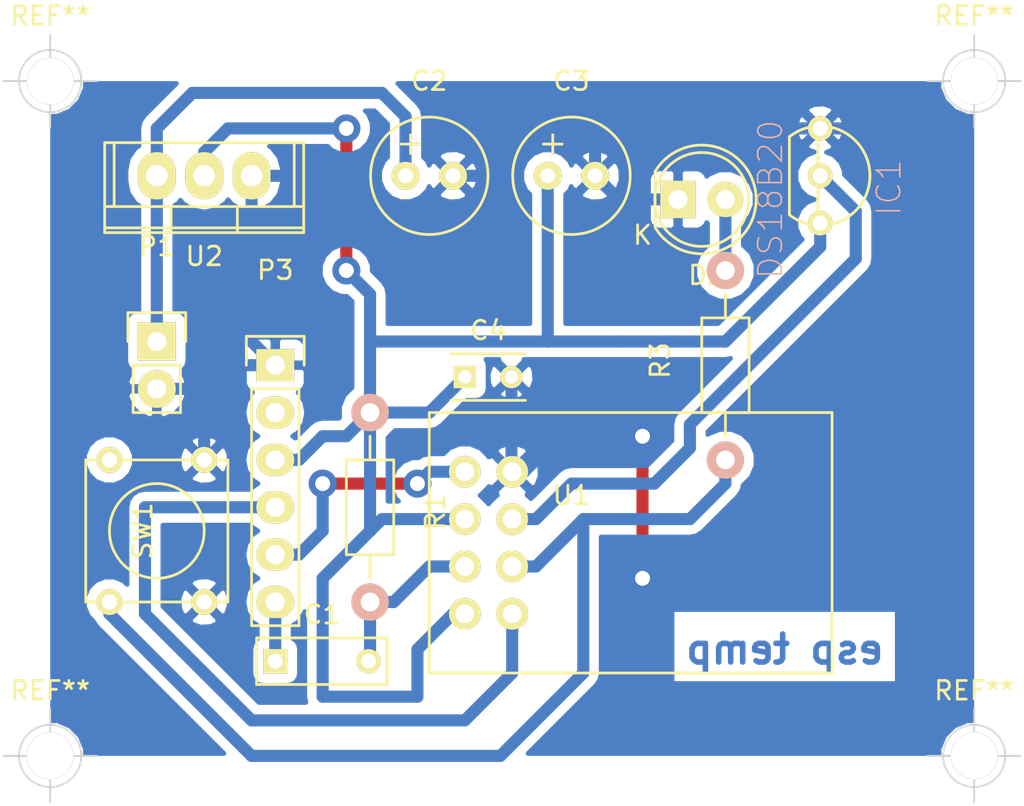
<source format=kicad_pcb>
(kicad_pcb (version 4) (host pcbnew "(2015-06-25 BZR 5821)-product")

  (general
    (links 29)
    (no_connects 2)
    (area 136.929536 52.52488 203.628584 97.91918)
    (thickness 1.6)
    (drawings 5)
    (tracks 119)
    (zones 0)
    (modules 17)
    (nets 11)
  )

  (page A4)
  (layers
    (0 F.Cu signal)
    (31 B.Cu signal)
    (32 B.Adhes user)
    (33 F.Adhes user)
    (34 B.Paste user)
    (35 F.Paste user)
    (36 B.SilkS user)
    (37 F.SilkS user)
    (38 B.Mask user)
    (39 F.Mask user)
    (40 Dwgs.User user)
    (41 Cmts.User user)
    (42 Eco1.User user)
    (43 Eco2.User user)
    (44 Edge.Cuts user)
    (45 Margin user)
    (46 B.CrtYd user)
    (47 F.CrtYd user hide)
    (48 B.Fab user hide)
    (49 F.Fab user hide)
  )

  (setup
    (last_trace_width 0.25)
    (trace_clearance 0.2)
    (zone_clearance 0.508)
    (zone_45_only no)
    (trace_min 0.2)
    (segment_width 0.2)
    (edge_width 0.1)
    (via_size 0.6)
    (via_drill 0.4)
    (via_min_size 0.4)
    (via_min_drill 0.3)
    (uvia_size 0.3)
    (uvia_drill 0.1)
    (uvias_allowed no)
    (uvia_min_size 0.2)
    (uvia_min_drill 0.1)
    (pcb_text_width 0.3)
    (pcb_text_size 1.5 1.5)
    (mod_edge_width 0.15)
    (mod_text_size 1 1)
    (mod_text_width 0.15)
    (pad_size 1.5 1.5)
    (pad_drill 0.6)
    (pad_to_mask_clearance 0)
    (aux_axis_origin 146.05 88.9)
    (grid_origin 145.415 93.345)
    (visible_elements FFFDFF7F)
    (pcbplotparams
      (layerselection 0x01000_80000000)
      (usegerberextensions false)
      (excludeedgelayer true)
      (linewidth 0.100000)
      (plotframeref false)
      (viasonmask false)
      (mode 1)
      (useauxorigin false)
      (hpglpennumber 1)
      (hpglpenspeed 20)
      (hpglpendiameter 15)
      (hpglpenoverlay 2)
      (psnegative false)
      (psa4output false)
      (plotreference true)
      (plotvalue true)
      (plotinvisibletext false)
      (padsonsilk false)
      (subtractmaskfromsilk false)
      (outputformat 4)
      (mirror false)
      (drillshape 2)
      (scaleselection 1)
      (outputdirectory fab/))
  )

  (net 0 "")
  (net 1 +3V3)
  (net 2 GND)
  (net 3 /rx)
  (net 4 /tx)
  (net 5 +5V)
  (net 6 /gpio0)
  (net 7 /gpio2)
  (net 8 "Net-(D2-Pad2)")
  (net 9 "Net-(C1-Pad1)")
  (net 10 /reset)

  (net_class Default "This is the default net class."
    (clearance 0.2)
    (trace_width 0.25)
    (via_dia 0.6)
    (via_drill 0.4)
    (uvia_dia 0.3)
    (uvia_drill 0.1)
  )

  (net_class etch ""
    (clearance 0.2)
    (trace_width 0.65)
    (via_dia 1.5)
    (via_drill 0.8)
    (uvia_dia 0.3)
    (uvia_drill 0.1)
    (add_net +3V3)
    (add_net +5V)
    (add_net /gpio0)
    (add_net /gpio2)
    (add_net /reset)
    (add_net /rx)
    (add_net /tx)
    (add_net GND)
    (add_net "Net-(C1-Pad1)")
    (add_net "Net-(D2-Pad2)")
  )

  (module Pin_Headers:Pin_Header_Straight_1x02 (layer F.Cu) (tedit 54EA090C) (tstamp 55A12B77)
    (at 151.13 71.12)
    (descr "Through hole pin header")
    (tags "pin header")
    (path /55A01383)
    (fp_text reference P1 (at 0 -5.1) (layer F.SilkS)
      (effects (font (size 1 1) (thickness 0.15)))
    )
    (fp_text value power (at 0 -3.1) (layer F.Fab)
      (effects (font (size 1 1) (thickness 0.15)))
    )
    (fp_line (start 1.27 1.27) (end 1.27 3.81) (layer F.SilkS) (width 0.15))
    (fp_line (start 1.55 -1.55) (end 1.55 0) (layer F.SilkS) (width 0.15))
    (fp_line (start -1.75 -1.75) (end -1.75 4.3) (layer F.CrtYd) (width 0.05))
    (fp_line (start 1.75 -1.75) (end 1.75 4.3) (layer F.CrtYd) (width 0.05))
    (fp_line (start -1.75 -1.75) (end 1.75 -1.75) (layer F.CrtYd) (width 0.05))
    (fp_line (start -1.75 4.3) (end 1.75 4.3) (layer F.CrtYd) (width 0.05))
    (fp_line (start 1.27 1.27) (end -1.27 1.27) (layer F.SilkS) (width 0.15))
    (fp_line (start -1.55 0) (end -1.55 -1.55) (layer F.SilkS) (width 0.15))
    (fp_line (start -1.55 -1.55) (end 1.55 -1.55) (layer F.SilkS) (width 0.15))
    (fp_line (start -1.27 1.27) (end -1.27 3.81) (layer F.SilkS) (width 0.15))
    (fp_line (start -1.27 3.81) (end 1.27 3.81) (layer F.SilkS) (width 0.15))
    (pad 1 thru_hole rect (at 0 0) (size 2.032 2.032) (drill 1.016) (layers *.Cu *.Mask F.SilkS)
      (net 5 +5V))
    (pad 2 thru_hole oval (at 0 2.54) (size 2.032 2.032) (drill 1.016) (layers *.Cu *.Mask F.SilkS)
      (net 2 GND))
    (model Pin_Headers.3dshapes/Pin_Header_Straight_1x02.wrl
      (at (xyz 0 -0.05 0))
      (scale (xyz 1 1 1))
      (rotate (xyz 0 0 90))
    )
  )

  (module Resistors_ThroughHole:Resistor_Horizontal_RM10mm (layer F.Cu) (tedit 53F56209) (tstamp 55A12B94)
    (at 162.56 80.01 270)
    (descr "Resistor, Axial,  RM 10mm, 1/3W,")
    (tags "Resistor, Axial, RM 10mm, 1/3W,")
    (path /559D04DB)
    (fp_text reference R1 (at 0.24892 -3.50012 270) (layer F.SilkS)
      (effects (font (size 1 1) (thickness 0.15)))
    )
    (fp_text value 10k (at 3.81 3.81 270) (layer F.Fab)
      (effects (font (size 1 1) (thickness 0.15)))
    )
    (fp_line (start -2.54 -1.27) (end 2.54 -1.27) (layer F.SilkS) (width 0.15))
    (fp_line (start 2.54 -1.27) (end 2.54 1.27) (layer F.SilkS) (width 0.15))
    (fp_line (start 2.54 1.27) (end -2.54 1.27) (layer F.SilkS) (width 0.15))
    (fp_line (start -2.54 1.27) (end -2.54 -1.27) (layer F.SilkS) (width 0.15))
    (fp_line (start -2.54 0) (end -3.81 0) (layer F.SilkS) (width 0.15))
    (fp_line (start 2.54 0) (end 3.81 0) (layer F.SilkS) (width 0.15))
    (pad 1 thru_hole circle (at -5.08 0 270) (size 1.99898 1.99898) (drill 1.00076) (layers *.Cu *.SilkS *.Mask)
      (net 1 +3V3))
    (pad 2 thru_hole circle (at 5.08 0 270) (size 1.99898 1.99898) (drill 1.00076) (layers *.Cu *.SilkS *.Mask)
      (net 10 /reset))
    (model Resistors_ThroughHole.3dshapes/Resistor_Horizontal_RM10mm.wrl
      (at (xyz 0 0 0))
      (scale (xyz 0.4 0.4 0.4))
      (rotate (xyz 0 0 0))
    )
  )

  (module Pin_Headers:Pin_Header_Straight_1x06 (layer F.Cu) (tedit 0) (tstamp 55A12C71)
    (at 157.48 72.39)
    (descr "Through hole pin header")
    (tags "pin header")
    (path /55A12CF8)
    (fp_text reference P3 (at 0 -5.1) (layer F.SilkS)
      (effects (font (size 1 1) (thickness 0.15)))
    )
    (fp_text value ftdi (at 0 -3.1) (layer F.Fab)
      (effects (font (size 1 1) (thickness 0.15)))
    )
    (fp_line (start -1.75 -1.75) (end -1.75 14.45) (layer F.CrtYd) (width 0.05))
    (fp_line (start 1.75 -1.75) (end 1.75 14.45) (layer F.CrtYd) (width 0.05))
    (fp_line (start -1.75 -1.75) (end 1.75 -1.75) (layer F.CrtYd) (width 0.05))
    (fp_line (start -1.75 14.45) (end 1.75 14.45) (layer F.CrtYd) (width 0.05))
    (fp_line (start 1.27 1.27) (end 1.27 13.97) (layer F.SilkS) (width 0.15))
    (fp_line (start 1.27 13.97) (end -1.27 13.97) (layer F.SilkS) (width 0.15))
    (fp_line (start -1.27 13.97) (end -1.27 1.27) (layer F.SilkS) (width 0.15))
    (fp_line (start 1.55 -1.55) (end 1.55 0) (layer F.SilkS) (width 0.15))
    (fp_line (start 1.27 1.27) (end -1.27 1.27) (layer F.SilkS) (width 0.15))
    (fp_line (start -1.55 0) (end -1.55 -1.55) (layer F.SilkS) (width 0.15))
    (fp_line (start -1.55 -1.55) (end 1.55 -1.55) (layer F.SilkS) (width 0.15))
    (pad 1 thru_hole rect (at 0 0) (size 2.032 1.7272) (drill 1.016) (layers *.Cu *.Mask F.SilkS)
      (net 2 GND))
    (pad 2 thru_hole oval (at 0 2.54) (size 2.032 1.7272) (drill 1.016) (layers *.Cu *.Mask F.SilkS))
    (pad 3 thru_hole oval (at 0 5.08) (size 2.032 1.7272) (drill 1.016) (layers *.Cu *.Mask F.SilkS)
      (net 1 +3V3))
    (pad 4 thru_hole oval (at 0 7.62) (size 2.032 1.7272) (drill 1.016) (layers *.Cu *.Mask F.SilkS)
      (net 3 /rx))
    (pad 5 thru_hole oval (at 0 10.16) (size 2.032 1.7272) (drill 1.016) (layers *.Cu *.Mask F.SilkS)
      (net 4 /tx))
    (pad 6 thru_hole oval (at 0 12.7) (size 2.032 1.7272) (drill 1.016) (layers *.Cu *.Mask F.SilkS)
      (net 9 "Net-(C1-Pad1)"))
    (model Pin_Headers.3dshapes/Pin_Header_Straight_1x06.wrl
      (at (xyz 0 -0.25 0))
      (scale (xyz 1 1 1))
      (rotate (xyz 0 0 90))
    )
  )

  (module Power_Integrations:TO-220 (layer F.Cu) (tedit 0) (tstamp 55A132C6)
    (at 153.67 62.23 180)
    (descr "Non Isolated JEDEC TO-220 Package")
    (tags "Power Integration YN Package")
    (path /55A1346A)
    (fp_text reference U2 (at 0 -4.318 180) (layer F.SilkS)
      (effects (font (size 1 1) (thickness 0.15)))
    )
    (fp_text value AP1117D33 (at 0 -4.318 180) (layer F.Fab)
      (effects (font (size 1 1) (thickness 0.15)))
    )
    (fp_line (start 4.826 -1.651) (end 4.826 1.778) (layer F.SilkS) (width 0.15))
    (fp_line (start -4.826 -1.651) (end -4.826 1.778) (layer F.SilkS) (width 0.15))
    (fp_line (start 5.334 -2.794) (end -5.334 -2.794) (layer F.SilkS) (width 0.15))
    (fp_line (start 1.778 -1.778) (end 1.778 -3.048) (layer F.SilkS) (width 0.15))
    (fp_line (start -1.778 -1.778) (end -1.778 -3.048) (layer F.SilkS) (width 0.15))
    (fp_line (start -5.334 -1.651) (end 5.334 -1.651) (layer F.SilkS) (width 0.15))
    (fp_line (start 5.334 1.778) (end -5.334 1.778) (layer F.SilkS) (width 0.15))
    (fp_line (start -5.334 -3.048) (end -5.334 1.778) (layer F.SilkS) (width 0.15))
    (fp_line (start 5.334 -3.048) (end 5.334 1.778) (layer F.SilkS) (width 0.15))
    (fp_line (start 5.334 -3.048) (end -5.334 -3.048) (layer F.SilkS) (width 0.15))
    (pad 2 thru_hole oval (at 0 0 180) (size 2.032 2.54) (drill 1.143) (layers *.Cu *.Mask F.SilkS)
      (net 1 +3V3))
    (pad 3 thru_hole oval (at 2.54 0 180) (size 2.032 2.54) (drill 1.143) (layers *.Cu *.Mask F.SilkS)
      (net 5 +5V))
    (pad 1 thru_hole oval (at -2.54 0 180) (size 2.032 2.54) (drill 1.143) (layers *.Cu *.Mask F.SilkS)
      (net 2 GND))
  )

  (module Resistors_ThroughHole:Resistor_Horizontal_RM10mm (layer F.Cu) (tedit 53F56209) (tstamp 55A37E7E)
    (at 181.61 72.39 90)
    (descr "Resistor, Axial,  RM 10mm, 1/3W,")
    (tags "Resistor, Axial, RM 10mm, 1/3W,")
    (path /55A37F6F)
    (fp_text reference R3 (at 0.24892 -3.50012 90) (layer F.SilkS)
      (effects (font (size 1 1) (thickness 0.15)))
    )
    (fp_text value 1k (at 3.81 3.81 90) (layer F.Fab)
      (effects (font (size 1 1) (thickness 0.15)))
    )
    (fp_line (start -2.54 -1.27) (end 2.54 -1.27) (layer F.SilkS) (width 0.15))
    (fp_line (start 2.54 -1.27) (end 2.54 1.27) (layer F.SilkS) (width 0.15))
    (fp_line (start 2.54 1.27) (end -2.54 1.27) (layer F.SilkS) (width 0.15))
    (fp_line (start -2.54 1.27) (end -2.54 -1.27) (layer F.SilkS) (width 0.15))
    (fp_line (start -2.54 0) (end -3.81 0) (layer F.SilkS) (width 0.15))
    (fp_line (start 2.54 0) (end 3.81 0) (layer F.SilkS) (width 0.15))
    (pad 1 thru_hole circle (at -5.08 0 90) (size 1.99898 1.99898) (drill 1.00076) (layers *.Cu *.SilkS *.Mask)
      (net 6 /gpio0))
    (pad 2 thru_hole circle (at 5.08 0 90) (size 1.99898 1.99898) (drill 1.00076) (layers *.Cu *.SilkS *.Mask)
      (net 8 "Net-(D2-Pad2)"))
    (model Resistors_ThroughHole.3dshapes/Resistor_Horizontal_RM10mm.wrl
      (at (xyz 0 0 0))
      (scale (xyz 0.4 0.4 0.4))
      (rotate (xyz 0 0 0))
    )
  )

  (module LEDs:LED-5MM (layer F.Cu) (tedit 5570F7EA) (tstamp 55A37EB4)
    (at 179.07 63.5)
    (descr "LED 5mm round vertical")
    (tags "LED 5mm round vertical")
    (path /55A37ED4)
    (fp_text reference D2 (at 1.524 4.064) (layer F.SilkS)
      (effects (font (size 1 1) (thickness 0.15)))
    )
    (fp_text value LED (at 1.524 -3.937) (layer F.Fab)
      (effects (font (size 1 1) (thickness 0.15)))
    )
    (fp_line (start -1.5 -1.55) (end -1.5 1.55) (layer F.CrtYd) (width 0.05))
    (fp_arc (start 1.3 0) (end -1.5 1.55) (angle -302) (layer F.CrtYd) (width 0.05))
    (fp_arc (start 1.27 0) (end -1.23 -1.5) (angle 297.5) (layer F.SilkS) (width 0.15))
    (fp_line (start -1.23 1.5) (end -1.23 -1.5) (layer F.SilkS) (width 0.15))
    (fp_circle (center 1.27 0) (end 0.97 -2.5) (layer F.SilkS) (width 0.15))
    (fp_text user K (at -1.905 1.905) (layer F.SilkS)
      (effects (font (size 1 1) (thickness 0.15)))
    )
    (pad 1 thru_hole rect (at 0 0 90) (size 2 1.9) (drill 1.00076) (layers *.Cu *.Mask F.SilkS)
      (net 2 GND))
    (pad 2 thru_hole circle (at 2.54 0) (size 1.9 1.9) (drill 1.00076) (layers *.Cu *.Mask F.SilkS)
      (net 8 "Net-(D2-Pad2)"))
    (model LEDs.3dshapes/LED-5MM.wrl
      (at (xyz 0.05 0 0))
      (scale (xyz 1 1 1))
      (rotate (xyz 0 0 90))
    )
  )

  (module Buttons_Switches_ThroughHole:SW_PUSH_SMALL (layer F.Cu) (tedit 0) (tstamp 55A410CC)
    (at 151.13 81.28 90)
    (path /55A4108A)
    (fp_text reference SW1 (at 0 -0.762 90) (layer F.SilkS)
      (effects (font (size 1 1) (thickness 0.15)))
    )
    (fp_text value SW_PUSH (at 0 1.016 90) (layer F.Fab)
      (effects (font (size 1 1) (thickness 0.15)))
    )
    (fp_circle (center 0 0) (end 0 -2.54) (layer F.SilkS) (width 0.15))
    (fp_line (start -3.81 -3.81) (end 3.81 -3.81) (layer F.SilkS) (width 0.15))
    (fp_line (start 3.81 -3.81) (end 3.81 3.81) (layer F.SilkS) (width 0.15))
    (fp_line (start 3.81 3.81) (end -3.81 3.81) (layer F.SilkS) (width 0.15))
    (fp_line (start -3.81 -3.81) (end -3.81 3.81) (layer F.SilkS) (width 0.15))
    (pad 1 thru_hole circle (at 3.81 -2.54 90) (size 1.397 1.397) (drill 0.8128) (layers *.Cu *.Mask F.SilkS)
      (net 6 /gpio0))
    (pad 2 thru_hole circle (at 3.81 2.54 90) (size 1.397 1.397) (drill 0.8128) (layers *.Cu *.Mask F.SilkS)
      (net 2 GND))
    (pad 1 thru_hole circle (at -3.81 -2.54 90) (size 1.397 1.397) (drill 0.8128) (layers *.Cu *.Mask F.SilkS)
      (net 6 /gpio0))
    (pad 2 thru_hole circle (at -3.81 2.54 90) (size 1.397 1.397) (drill 0.8128) (layers *.Cu *.Mask F.SilkS)
      (net 2 GND))
  )

  (module Capacitors_Elko_ThroughHole:Elko_vert_11.2x6.3mm_RM2.5 (layer F.Cu) (tedit 5454A15D) (tstamp 55A8FC34)
    (at 164.465 62.23)
    (descr "Electrolytic Capacitor, vertical, diameter 6,3mm, RM 2,5mm, radial,")
    (tags "Electrolytic Capacitor, vertical, diameter 6,3mm, RM 2,5mm, Elko, Electrolytkondensator, Kondensator gepolt, Durchmesser 6,3mm, radial,")
    (path /55A8F97B)
    (fp_text reference C2 (at 1.27 -5.08) (layer F.SilkS)
      (effects (font (size 1 1) (thickness 0.15)))
    )
    (fp_text value 10uf (at 1.27 5.08) (layer F.Fab)
      (effects (font (size 1 1) (thickness 0.15)))
    )
    (fp_line (start 0.26924 -2.19964) (end 0.26924 -1.19888) (layer F.SilkS) (width 0.15))
    (fp_line (start -0.23114 -1.69926) (end 0.76962 -1.69926) (layer F.SilkS) (width 0.15))
    (fp_line (start 0.26924 -1.69926) (end 0.76962 -1.69926) (layer F.Cu) (width 0.15))
    (fp_line (start 0.26924 -1.69926) (end 0.26924 -2.19964) (layer F.Cu) (width 0.15))
    (fp_line (start -0.23114 -1.69926) (end 0.26924 -1.69926) (layer F.Cu) (width 0.15))
    (fp_line (start 0.26924 -1.69926) (end 0.26924 -1.30048) (layer F.Cu) (width 0.15))
    (fp_line (start 0.26924 -1.30048) (end 0.26924 -1.19888) (layer F.Cu) (width 0.15))
    (fp_circle (center 1.27 0) (end 4.4196 0) (layer F.SilkS) (width 0.15))
    (pad 2 thru_hole circle (at 2.54 0) (size 1.50114 1.50114) (drill 0.8001) (layers *.Cu *.Mask F.SilkS)
      (net 2 GND))
    (pad 1 thru_hole circle (at 0 0) (size 1.50114 1.50114) (drill 0.8001) (layers *.Cu *.Mask F.SilkS)
      (net 5 +5V))
    (model Capacitors_Elko_ThroughHole.3dshapes/Elko_vert_11.2x6.3mm_RM2.5.wrl
      (at (xyz 0 0 0))
      (scale (xyz 1 1 1))
      (rotate (xyz 0 0 0))
    )
  )

  (module Capacitors_Elko_ThroughHole:Elko_vert_11.2x6.3mm_RM2.5 (layer F.Cu) (tedit 5454A15D) (tstamp 55A8FC3A)
    (at 172.085 62.23)
    (descr "Electrolytic Capacitor, vertical, diameter 6,3mm, RM 2,5mm, radial,")
    (tags "Electrolytic Capacitor, vertical, diameter 6,3mm, RM 2,5mm, Elko, Electrolytkondensator, Kondensator gepolt, Durchmesser 6,3mm, radial,")
    (path /55A8F9F4)
    (fp_text reference C3 (at 1.27 -5.08) (layer F.SilkS)
      (effects (font (size 1 1) (thickness 0.15)))
    )
    (fp_text value 10uf (at 1.27 5.08) (layer F.Fab)
      (effects (font (size 1 1) (thickness 0.15)))
    )
    (fp_line (start 0.26924 -2.19964) (end 0.26924 -1.19888) (layer F.SilkS) (width 0.15))
    (fp_line (start -0.23114 -1.69926) (end 0.76962 -1.69926) (layer F.SilkS) (width 0.15))
    (fp_line (start 0.26924 -1.69926) (end 0.76962 -1.69926) (layer F.Cu) (width 0.15))
    (fp_line (start 0.26924 -1.69926) (end 0.26924 -2.19964) (layer F.Cu) (width 0.15))
    (fp_line (start -0.23114 -1.69926) (end 0.26924 -1.69926) (layer F.Cu) (width 0.15))
    (fp_line (start 0.26924 -1.69926) (end 0.26924 -1.30048) (layer F.Cu) (width 0.15))
    (fp_line (start 0.26924 -1.30048) (end 0.26924 -1.19888) (layer F.Cu) (width 0.15))
    (fp_circle (center 1.27 0) (end 4.4196 0) (layer F.SilkS) (width 0.15))
    (pad 2 thru_hole circle (at 2.54 0) (size 1.50114 1.50114) (drill 0.8001) (layers *.Cu *.Mask F.SilkS)
      (net 2 GND))
    (pad 1 thru_hole circle (at 0 0) (size 1.50114 1.50114) (drill 0.8001) (layers *.Cu *.Mask F.SilkS)
      (net 1 +3V3))
    (model Capacitors_Elko_ThroughHole.3dshapes/Elko_vert_11.2x6.3mm_RM2.5.wrl
      (at (xyz 0 0 0))
      (scale (xyz 1 1 1))
      (rotate (xyz 0 0 0))
    )
  )

  (module Capacitors_ThroughHole:C_Rect_L4_W2.5_P2.5 (layer F.Cu) (tedit 0) (tstamp 55A8FC40)
    (at 167.64 73.025)
    (descr "Film Capacitor Length 4mm x Width 2.5mm, Pitch 2.5mm")
    (tags Capacitor)
    (path /55A8FEA0)
    (fp_text reference C4 (at 1.25 -2.5) (layer F.SilkS)
      (effects (font (size 1 1) (thickness 0.15)))
    )
    (fp_text value 0.1uf (at 1.25 2.5) (layer F.Fab)
      (effects (font (size 1 1) (thickness 0.15)))
    )
    (fp_line (start -1 -1.5) (end 3.5 -1.5) (layer F.CrtYd) (width 0.05))
    (fp_line (start 3.5 -1.5) (end 3.5 1.5) (layer F.CrtYd) (width 0.05))
    (fp_line (start 3.5 1.5) (end -1 1.5) (layer F.CrtYd) (width 0.05))
    (fp_line (start -1 1.5) (end -1 -1.5) (layer F.CrtYd) (width 0.05))
    (fp_line (start -0.75 -1.25) (end 3.25 -1.25) (layer F.SilkS) (width 0.15))
    (fp_line (start -0.75 1.25) (end 3.25 1.25) (layer F.SilkS) (width 0.15))
    (pad 1 thru_hole rect (at 0 0) (size 1.2 1.2) (drill 0.7) (layers *.Cu *.Mask F.SilkS)
      (net 1 +3V3))
    (pad 2 thru_hole circle (at 2.5 0) (size 1.2 1.2) (drill 0.7) (layers *.Cu *.Mask F.SilkS)
      (net 2 GND))
  )

  (module Capacitors_ThroughHole:C_Rect_L7_W2.5_P5 (layer F.Cu) (tedit 0) (tstamp 55A8FE10)
    (at 157.48 88.265)
    (descr "Film Capacitor Length 7mm x Width 2.5mm, Pitch 5mm")
    (tags Capacitor)
    (path /55A8FB1A)
    (fp_text reference C1 (at 2.5 -2.5) (layer F.SilkS)
      (effects (font (size 1 1) (thickness 0.15)))
    )
    (fp_text value 1uf (at 2.5 2.5) (layer F.Fab)
      (effects (font (size 1 1) (thickness 0.15)))
    )
    (fp_line (start -1.25 -1.5) (end 6.25 -1.5) (layer F.CrtYd) (width 0.05))
    (fp_line (start 6.25 -1.5) (end 6.25 1.5) (layer F.CrtYd) (width 0.05))
    (fp_line (start 6.25 1.5) (end -1.25 1.5) (layer F.CrtYd) (width 0.05))
    (fp_line (start -1.25 1.5) (end -1.25 -1.5) (layer F.CrtYd) (width 0.05))
    (fp_line (start -1 -1.25) (end 6 -1.25) (layer F.SilkS) (width 0.15))
    (fp_line (start 6 -1.25) (end 6 1.25) (layer F.SilkS) (width 0.15))
    (fp_line (start 6 1.25) (end -1 1.25) (layer F.SilkS) (width 0.15))
    (fp_line (start -1 1.25) (end -1 -1.25) (layer F.SilkS) (width 0.15))
    (pad 1 thru_hole rect (at 0 0) (size 1.3 1.3) (drill 0.8) (layers *.Cu *.Mask F.SilkS)
      (net 9 "Net-(C1-Pad1)"))
    (pad 2 thru_hole circle (at 5 0) (size 1.3 1.3) (drill 0.8) (layers *.Cu *.Mask F.SilkS)
      (net 10 /reset))
  )

  (module onewire:1wire-TO92- (layer F.Cu) (tedit 200000) (tstamp 55A8FE15)
    (at 186.69 62.23 270)
    (descr TO-92)
    (tags TO-92)
    (path /55A2DD85)
    (attr virtual)
    (fp_text reference IC1 (at 0.635 -3.683 270) (layer B.SilkS)
      (effects (font (size 1.27 1.27) (thickness 0.0889)))
    )
    (fp_text value DS18B20 (at 1.27 2.667 270) (layer B.SilkS)
      (effects (font (size 1.27 1.27) (thickness 0.0889)))
    )
    (fp_line (start -2.09296 1.651) (end 2.09296 1.651) (layer F.SilkS) (width 0.1524))
    (fp_line (start 1.13538 0.127) (end -1.13538 0.127) (layer F.SilkS) (width 0.1524))
    (fp_line (start -1.40208 0.127) (end -2.66192 0.127) (layer F.SilkS) (width 0.1524))
    (fp_line (start -1.13538 0.127) (end -1.40208 0.127) (layer F.SilkS) (width 0.1524))
    (fp_line (start 2.66192 0.127) (end 1.40208 0.127) (layer F.SilkS) (width 0.1524))
    (fp_line (start 1.40208 0.127) (end 1.13538 0.127) (layer F.SilkS) (width 0.1524))
    (fp_arc (start 0 0) (end -2.413 -1.13538) (angle 129.5) (layer F.SilkS) (width 0.1524))
    (fp_arc (start 0 0) (end -2.413 1.13538) (angle 50.4) (layer F.SilkS) (width 0.1524))
    (fp_arc (start 0 0) (end -2.09296 1.651) (angle 13) (layer F.SilkS) (width 0.1524))
    (fp_arc (start 0 0) (end 2.413 -1.13538) (angle 50.4) (layer F.SilkS) (width 0.1524))
    (fp_arc (start 0 0) (end 2.42316 1.10998) (angle 13.6) (layer F.SilkS) (width 0.1524))
    (pad 1 thru_hole circle (at -2.54 0 270) (size 1.3208 2.6416) (drill 0.8128) (layers *.Cu F.Paste F.SilkS F.Mask)
      (net 2 GND))
    (pad 2 thru_hole circle (at 0 0 270) (size 1.3208 2.6416) (drill 0.8128) (layers *.Cu F.Paste F.SilkS F.Mask)
      (net 7 /gpio2))
    (pad 3 thru_hole circle (at 2.54 0 270) (size 1.3208 2.6416) (drill 0.8128) (layers *.Cu F.Paste F.SilkS F.Mask)
      (net 1 +3V3))
  )

  (module custom:esp8266 (layer F.Cu) (tedit 55A126AC) (tstamp 55A8FE1B)
    (at 170.18 85.09)
    (path /55A0E571)
    (fp_text reference U1 (at 3.175 -5.715) (layer F.SilkS)
      (effects (font (size 1 1) (thickness 0.15)))
    )
    (fp_text value esp8266 (at 5.715 -8.255) (layer F.Fab)
      (effects (font (size 1 1) (thickness 0.15)))
    )
    (fp_line (start -4.445 -10.16) (end 17.145 -10.16) (layer F.SilkS) (width 0.15))
    (fp_line (start 17.145 -10.16) (end 17.145 3.81) (layer F.SilkS) (width 0.15))
    (fp_line (start 17.145 3.81) (end -4.445 3.81) (layer F.SilkS) (width 0.15))
    (fp_line (start -4.445 3.81) (end -4.445 -10.16) (layer F.SilkS) (width 0.15))
    (pad 1 thru_hole circle (at 0 0.635) (size 1.7 1.7) (drill 1) (layers *.Cu *.Mask F.SilkS)
      (net 3 /rx))
    (pad 2 thru_hole circle (at -2.54 0.635) (size 1.7 1.7) (drill 1) (layers *.Cu *.Mask F.SilkS)
      (net 1 +3V3))
    (pad 3 thru_hole circle (at 0 -1.905) (size 1.7 1.7) (drill 1) (layers *.Cu *.Mask F.SilkS)
      (net 6 /gpio0))
    (pad 4 thru_hole circle (at -2.54 -1.905) (size 1.7 1.7) (drill 1) (layers *.Cu *.Mask F.SilkS)
      (net 10 /reset))
    (pad 5 thru_hole circle (at 0 -4.445) (size 1.7 1.7) (drill 1) (layers *.Cu *.Mask F.SilkS)
      (net 7 /gpio2))
    (pad 6 thru_hole circle (at -2.54 -4.445) (size 1.7 1.7) (drill 1) (layers *.Cu *.Mask F.SilkS)
      (net 1 +3V3))
    (pad 7 thru_hole circle (at 0 -6.985) (size 1.7 1.7) (drill 1) (layers *.Cu *.Mask F.SilkS)
      (net 2 GND))
    (pad 8 thru_hole circle (at -2.54 -6.985) (size 1.7 1.7) (drill 1) (layers *.Cu *.Mask F.SilkS)
      (net 4 /tx))
  )

  (module Mounting_Holes:MountingHole_2-5mm (layer F.Cu) (tedit 0) (tstamp 55A900CF)
    (at 194.945 57.15)
    (descr "Mounting hole, Befestigungsbohrung, 2,5mm, No Annular, Kein Restring,")
    (tags "Mounting hole, Befestigungsbohrung, 2,5mm, No Annular, Kein Restring,")
    (fp_text reference REF** (at 0 -3.50012) (layer F.SilkS)
      (effects (font (size 1 1) (thickness 0.15)))
    )
    (fp_text value MountingHole_2-5mm (at 0.09906 3.59918) (layer F.Fab)
      (effects (font (size 1 1) (thickness 0.15)))
    )
    (fp_circle (center 0 0) (end 2.5 0) (layer Cmts.User) (width 0.381))
    (pad 1 thru_hole circle (at 0 0) (size 2.5 2.5) (drill 2.5) (layers))
  )

  (module Mounting_Holes:MountingHole_2-5mm (layer F.Cu) (tedit 0) (tstamp 55A900DF)
    (at 145.415 57.15)
    (descr "Mounting hole, Befestigungsbohrung, 2,5mm, No Annular, Kein Restring,")
    (tags "Mounting hole, Befestigungsbohrung, 2,5mm, No Annular, Kein Restring,")
    (fp_text reference REF** (at 0 -3.50012) (layer F.SilkS)
      (effects (font (size 1 1) (thickness 0.15)))
    )
    (fp_text value MountingHole_2-5mm (at 0.09906 3.59918) (layer F.Fab)
      (effects (font (size 1 1) (thickness 0.15)))
    )
    (fp_circle (center 0 0) (end 2.5 0) (layer Cmts.User) (width 0.381))
    (pad 1 thru_hole circle (at 0 0) (size 2.5 2.5) (drill 2.5) (layers))
  )

  (module Mounting_Holes:MountingHole_2-5mm (layer F.Cu) (tedit 0) (tstamp 55A900EA)
    (at 145.415 93.345)
    (descr "Mounting hole, Befestigungsbohrung, 2,5mm, No Annular, Kein Restring,")
    (tags "Mounting hole, Befestigungsbohrung, 2,5mm, No Annular, Kein Restring,")
    (fp_text reference REF** (at 0 -3.50012) (layer F.SilkS)
      (effects (font (size 1 1) (thickness 0.15)))
    )
    (fp_text value MountingHole_2-5mm (at 0.09906 3.59918) (layer F.Fab)
      (effects (font (size 1 1) (thickness 0.15)))
    )
    (fp_circle (center 0 0) (end 2.5 0) (layer Cmts.User) (width 0.381))
    (pad 1 thru_hole circle (at 0 0) (size 2.5 2.5) (drill 2.5) (layers))
  )

  (module Mounting_Holes:MountingHole_2-5mm (layer F.Cu) (tedit 0) (tstamp 55A900EF)
    (at 194.945 93.345)
    (descr "Mounting hole, Befestigungsbohrung, 2,5mm, No Annular, Kein Restring,")
    (tags "Mounting hole, Befestigungsbohrung, 2,5mm, No Annular, Kein Restring,")
    (fp_text reference REF** (at 0 -3.50012) (layer F.SilkS)
      (effects (font (size 1 1) (thickness 0.15)))
    )
    (fp_text value MountingHole_2-5mm (at 0.09906 3.59918) (layer F.Fab)
      (effects (font (size 1 1) (thickness 0.15)))
    )
    (fp_circle (center 0 0) (end 2.5 0) (layer Cmts.User) (width 0.381))
    (pad 1 thru_hole circle (at 0 0) (size 2.5 2.5) (drill 2.5) (layers))
  )

  (target plus (at 194.945 93.345) (size 5) (width 0.1) (layer Edge.Cuts))
  (target plus (at 145.415 57.15) (size 5) (width 0.1) (layer Edge.Cuts))
  (target plus (at 145.415 93.345) (size 5) (width 0.1) (layer Edge.Cuts))
  (target plus (at 194.945 57.15) (size 5) (width 0.1) (layer Edge.Cuts))
  (gr_text "esp temp" (at 184.785 87.63) (layer B.Cu)
    (effects (font (size 1.5 1.5) (thickness 0.3)) (justify mirror))
  )

  (segment (start 162.56 74.93) (end 165.735 74.93) (width 0.65) (layer B.Cu) (net 1))
  (segment (start 165.735 74.93) (end 167.64 73.025) (width 0.65) (layer B.Cu) (net 1) (tstamp 55A90135))
  (segment (start 172.085 62.23) (end 172.085 71.12) (width 0.65) (layer B.Cu) (net 1))
  (segment (start 162.56 71.12) (end 172.085 71.12) (width 0.65) (layer B.Cu) (net 1))
  (segment (start 172.085 71.12) (end 175.895 71.12) (width 0.65) (layer B.Cu) (net 1) (tstamp 55A8FF46))
  (segment (start 186.69 66.04) (end 186.69 64.77) (width 0.65) (layer B.Cu) (net 1))
  (segment (start 181.61 71.12) (end 179.07 71.12) (width 0.65) (layer B.Cu) (net 1) (tstamp 55A8FF23))
  (segment (start 186.69 66.04) (end 181.61 71.12) (width 0.65) (layer B.Cu) (net 1) (tstamp 55A8FF20))
  (segment (start 178.435 71.12) (end 175.895 71.12) (width 0.65) (layer B.Cu) (net 1))
  (segment (start 178.435 71.12) (end 179.07 71.12) (width 0.65) (layer B.Cu) (net 1))
  (segment (start 165.1 87.63) (end 165.1 90.17) (width 0.65) (layer B.Cu) (net 1))
  (segment (start 162.56 81.28) (end 160.02 83.82) (width 0.65) (layer B.Cu) (net 1) (tstamp 55A2E4C3))
  (segment (start 165.1 87.63) (end 167.005 85.725) (width 0.65) (layer B.Cu) (net 1) (tstamp 55A2E4B4))
  (segment (start 160.02 90.17) (end 160.02 83.82) (width 0.65) (layer B.Cu) (net 1) (tstamp 55A8FEAC))
  (segment (start 165.1 90.17) (end 160.02 90.17) (width 0.65) (layer B.Cu) (net 1) (tstamp 55A8FEA8))
  (segment (start 157.48 77.47) (end 158.75 77.47) (width 0.65) (layer B.Cu) (net 1))
  (segment (start 158.75 77.47) (end 160.02 76.2) (width 0.65) (layer B.Cu) (net 1) (tstamp 55A2E58D))
  (segment (start 160.02 76.2) (end 161.29 76.2) (width 0.65) (layer B.Cu) (net 1) (tstamp 55A2E58F))
  (segment (start 161.29 76.2) (end 162.56 74.93) (width 0.65) (layer B.Cu) (net 1) (tstamp 55A2E590))
  (segment (start 162.56 74.93) (end 162.56 81.28) (width 0.65) (layer B.Cu) (net 1))
  (segment (start 167.64 85.725) (end 167.005 85.725) (width 0.65) (layer B.Cu) (net 1))
  (segment (start 162.56 81.28) (end 163.195 80.645) (width 0.65) (layer B.Cu) (net 1) (tstamp 55A2E572))
  (segment (start 163.195 80.645) (end 167.64 80.645) (width 0.65) (layer B.Cu) (net 1) (tstamp 55A2E4C5))
  (segment (start 153.67 62.23) (end 153.67 60.96) (width 0.65) (layer B.Cu) (net 1))
  (segment (start 161.29 67.31) (end 162.56 68.58) (width 0.65) (layer B.Cu) (net 1) (tstamp 55A2E318))
  (via (at 161.29 67.31) (size 1.5) (drill 0.8) (layers F.Cu B.Cu) (net 1))
  (segment (start 161.29 59.69) (end 161.29 67.31) (width 0.65) (layer F.Cu) (net 1) (tstamp 55A2E315))
  (via (at 161.29 59.69) (size 1.5) (drill 0.8) (layers F.Cu B.Cu) (net 1))
  (segment (start 154.94 59.69) (end 161.29 59.69) (width 0.65) (layer B.Cu) (net 1) (tstamp 55A2E312))
  (segment (start 153.67 60.96) (end 154.94 59.69) (width 0.65) (layer B.Cu) (net 1) (tstamp 55A2E310))
  (segment (start 162.56 68.58) (end 162.56 71.12) (width 0.65) (layer B.Cu) (net 1) (tstamp 55A2E319))
  (segment (start 162.56 71.12) (end 162.56 73.025) (width 0.65) (layer B.Cu) (net 1) (tstamp 55A8FF3D))
  (segment (start 162.56 73.025) (end 162.56 74.93) (width 0.65) (layer B.Cu) (net 1) (tstamp 55A3824F))
  (segment (start 167.005 62.23) (end 169.545 62.23) (width 0.65) (layer B.Cu) (net 2))
  (segment (start 160.655 62.23) (end 160.655 62.865) (width 0.65) (layer B.Cu) (net 2))
  (segment (start 156.21 62.23) (end 160.655 62.23) (width 0.65) (layer B.Cu) (net 2))
  (segment (start 171.45 58.42) (end 172.72 58.42) (width 0.65) (layer B.Cu) (net 2) (tstamp 55A90051))
  (segment (start 169.545 60.325) (end 171.45 58.42) (width 0.65) (layer B.Cu) (net 2) (tstamp 55A90050))
  (segment (start 169.545 63.5) (end 169.545 62.23) (width 0.65) (layer B.Cu) (net 2) (tstamp 55A9004E))
  (segment (start 169.545 62.23) (end 169.545 60.325) (width 0.65) (layer B.Cu) (net 2) (tstamp 55A90056))
  (segment (start 167.64 65.405) (end 169.545 63.5) (width 0.65) (layer B.Cu) (net 2) (tstamp 55A9004D))
  (segment (start 163.195 65.405) (end 167.64 65.405) (width 0.65) (layer B.Cu) (net 2) (tstamp 55A9004B))
  (segment (start 160.655 62.865) (end 163.195 65.405) (width 0.65) (layer B.Cu) (net 2) (tstamp 55A90049))
  (segment (start 170.18 78.105) (end 170.815 78.105) (width 0.65) (layer B.Cu) (net 2))
  (segment (start 170.815 78.105) (end 172.72 76.2) (width 0.65) (layer B.Cu) (net 2) (tstamp 55A8FF2C))
  (segment (start 191.77 61.595) (end 189.865 59.69) (width 0.65) (layer B.Cu) (net 2) (tstamp 55A8FECD))
  (segment (start 189.865 59.69) (end 186.69 59.69) (width 0.65) (layer B.Cu) (net 2) (tstamp 55A8FECF))
  (via (at 177.165 76.2) (size 1.5) (drill 0.8) (layers F.Cu B.Cu) (net 2))
  (segment (start 177.165 76.2) (end 177.165 83.82) (width 0.65) (layer F.Cu) (net 2) (tstamp 55A382C1))
  (via (at 177.165 83.82) (size 1.5) (drill 0.8) (layers F.Cu B.Cu) (net 2))
  (segment (start 191.77 63.5) (end 191.77 82.55) (width 0.65) (layer B.Cu) (net 2) (tstamp 55A37F9A))
  (segment (start 190.5 83.82) (end 177.165 83.82) (width 0.65) (layer B.Cu) (net 2))
  (segment (start 191.77 82.55) (end 190.5 83.82) (width 0.65) (layer B.Cu) (net 2) (tstamp 55A37F9E))
  (segment (start 191.77 63.5) (end 191.77 61.595) (width 0.65) (layer B.Cu) (net 2))
  (segment (start 172.72 76.2) (end 177.165 76.2) (width 0.65) (layer B.Cu) (net 2) (tstamp 55A8FF2D))
  (segment (start 170.14 73.025) (end 170.14 78.065) (width 0.65) (layer B.Cu) (net 2) (status 10))
  (segment (start 170.14 78.065) (end 170.18 78.105) (width 0.65) (layer B.Cu) (net 2) (tstamp 55A8FED8))
  (segment (start 186.69 59.69) (end 182.88 59.69) (width 0.65) (layer B.Cu) (net 2))
  (segment (start 182.88 59.69) (end 181.61 58.42) (width 0.65) (layer B.Cu) (net 2) (tstamp 55A8FE73))
  (segment (start 181.61 58.42) (end 172.72 58.42) (width 0.65) (layer B.Cu) (net 2) (tstamp 55A8FE74))
  (segment (start 179.07 63.5) (end 175.895 63.5) (width 0.65) (layer B.Cu) (net 2))
  (segment (start 175.895 63.5) (end 174.625 62.23) (width 0.65) (layer B.Cu) (net 2) (tstamp 55A8FE6C))
  (segment (start 174.625 60.325) (end 174.625 62.23) (width 0.65) (layer B.Cu) (net 2) (tstamp 55A8FE67))
  (segment (start 172.72 58.42) (end 174.625 60.325) (width 0.65) (layer B.Cu) (net 2) (tstamp 55A8FE65))
  (segment (start 153.67 77.47) (end 153.67 73.66) (width 0.65) (layer B.Cu) (net 2))
  (segment (start 151.13 73.66) (end 153.67 73.66) (width 0.65) (layer B.Cu) (net 2))
  (segment (start 154.94 72.39) (end 157.48 72.39) (width 0.65) (layer B.Cu) (net 2) (tstamp 55A2E1CB))
  (segment (start 153.67 73.66) (end 154.94 72.39) (width 0.65) (layer B.Cu) (net 2) (tstamp 55A2E1CA))
  (segment (start 156.21 62.23) (end 156.21 71.12) (width 0.65) (layer B.Cu) (net 2))
  (segment (start 156.21 71.12) (end 157.48 72.39) (width 0.65) (layer B.Cu) (net 2) (tstamp 55A2E1C5))
  (segment (start 153.67 88.9) (end 156.21 91.44) (width 0.65) (layer B.Cu) (net 3))
  (segment (start 150.495 85.725) (end 150.495 80.01) (width 0.65) (layer B.Cu) (net 3) (tstamp 55A4169C))
  (segment (start 170.18 85.725) (end 170.18 88.9) (width 0.65) (layer B.Cu) (net 3) (tstamp 55A2E302))
  (segment (start 153.67 80.01) (end 157.48 80.01) (width 0.65) (layer B.Cu) (net 3))
  (segment (start 150.495 80.01) (end 153.67 80.01) (width 0.65) (layer B.Cu) (net 3) (tstamp 55A4112A))
  (segment (start 153.67 88.9) (end 150.495 85.725) (width 0.65) (layer B.Cu) (net 3))
  (segment (start 167.64 91.44) (end 170.18 88.9) (width 0.65) (layer B.Cu) (net 3) (tstamp 55A8FEBE))
  (segment (start 156.21 91.44) (end 167.64 91.44) (width 0.65) (layer B.Cu) (net 3) (tstamp 55A8FEBC))
  (segment (start 157.48 82.55) (end 158.75 82.55) (width 0.65) (layer B.Cu) (net 4))
  (segment (start 158.75 82.55) (end 160.02 81.28) (width 0.65) (layer B.Cu) (net 4) (tstamp 55A2E57A))
  (segment (start 160.02 81.28) (end 160.02 78.74) (width 0.65) (layer B.Cu) (net 4) (tstamp 55A2E57B))
  (via (at 160.02 78.74) (size 1.5) (drill 0.8) (layers F.Cu B.Cu) (net 4))
  (segment (start 160.02 78.74) (end 165.1 78.74) (width 0.65) (layer F.Cu) (net 4) (tstamp 55A2E584))
  (via (at 165.1 78.74) (size 1.5) (drill 0.8) (layers F.Cu B.Cu) (net 4))
  (segment (start 165.1 78.74) (end 165.735 78.105) (width 0.65) (layer B.Cu) (net 4) (tstamp 55A2E587))
  (segment (start 165.735 78.105) (end 166.37 78.105) (width 0.65) (layer B.Cu) (net 4) (tstamp 55A2E588))
  (segment (start 166.37 78.105) (end 167.64 78.105) (width 0.65) (layer B.Cu) (net 4) (tstamp 55A3825C))
  (segment (start 151.13 62.23) (end 151.13 59.69) (width 0.65) (layer B.Cu) (net 5))
  (segment (start 164.465 59.055) (end 164.465 62.23) (width 0.65) (layer B.Cu) (net 5) (tstamp 55A90067))
  (segment (start 163.195 57.785) (end 164.465 59.055) (width 0.65) (layer B.Cu) (net 5) (tstamp 55A90066))
  (segment (start 153.035 57.785) (end 163.195 57.785) (width 0.65) (layer B.Cu) (net 5) (tstamp 55A90065))
  (segment (start 151.13 59.69) (end 153.035 57.785) (width 0.65) (layer B.Cu) (net 5) (tstamp 55A90064))
  (segment (start 151.13 62.23) (end 151.13 71.12) (width 0.65) (layer B.Cu) (net 5))
  (segment (start 153.035 90.17) (end 156.21 93.345) (width 0.65) (layer B.Cu) (net 6))
  (segment (start 148.59 85.725) (end 153.035 90.17) (width 0.65) (layer B.Cu) (net 6) (tstamp 55A41696))
  (segment (start 173.99 88.9) (end 173.99 80.645) (width 0.65) (layer B.Cu) (net 6) (tstamp 55A8FF65))
  (segment (start 169.545 93.345) (end 173.99 88.9) (width 0.65) (layer B.Cu) (net 6) (tstamp 55A8FF61))
  (segment (start 156.21 93.345) (end 169.545 93.345) (width 0.65) (layer B.Cu) (net 6) (tstamp 55A8FF5F))
  (segment (start 170.18 83.185) (end 171.45 83.185) (width 0.65) (layer B.Cu) (net 6))
  (segment (start 171.45 83.185) (end 173.99 80.645) (width 0.65) (layer B.Cu) (net 6) (tstamp 55A8FE99))
  (segment (start 181.61 78.74) (end 181.61 77.47) (width 0.65) (layer B.Cu) (net 6) (tstamp 55A8FE9E))
  (segment (start 173.99 80.645) (end 179.705 80.645) (width 0.65) (layer B.Cu) (net 6) (tstamp 55A8FE9B))
  (segment (start 179.705 80.645) (end 181.61 78.74) (width 0.65) (layer B.Cu) (net 6) (tstamp 55A8FE9D))
  (segment (start 148.59 85.09) (end 148.59 85.725) (width 0.65) (layer B.Cu) (net 6))
  (segment (start 170.18 80.645) (end 171.45 80.645) (width 0.65) (layer B.Cu) (net 7))
  (segment (start 188.595 64.135) (end 186.69 62.23) (width 0.65) (layer B.Cu) (net 7) (tstamp 55A8FF0E))
  (segment (start 188.595 66.675) (end 188.595 64.135) (width 0.65) (layer B.Cu) (net 7) (tstamp 55A8FF07))
  (segment (start 179.705 75.565) (end 188.595 66.675) (width 0.65) (layer B.Cu) (net 7) (tstamp 55A8FF06))
  (segment (start 179.705 76.835) (end 179.705 75.565) (width 0.65) (layer B.Cu) (net 7) (tstamp 55A8FF04))
  (segment (start 177.8 78.74) (end 179.705 76.835) (width 0.65) (layer B.Cu) (net 7) (tstamp 55A8FF02))
  (segment (start 173.355 78.74) (end 177.8 78.74) (width 0.65) (layer B.Cu) (net 7) (tstamp 55A8FF00))
  (segment (start 171.45 80.645) (end 173.355 78.74) (width 0.65) (layer B.Cu) (net 7) (tstamp 55A8FEFF))
  (segment (start 181.61 67.31) (end 181.61 63.5) (width 0.65) (layer B.Cu) (net 8))
  (segment (start 157.48 88.265) (end 157.48 85.09) (width 0.65) (layer B.Cu) (net 9))
  (segment (start 162.56 85.09) (end 162.56 88.185) (width 0.65) (layer B.Cu) (net 10))
  (segment (start 162.56 88.185) (end 162.48 88.265) (width 0.25) (layer B.Cu) (net 10) (tstamp 55A8FE2C))
  (segment (start 162.56 85.09) (end 163.83 85.09) (width 0.65) (layer B.Cu) (net 10))
  (segment (start 165.735 83.185) (end 167.64 83.185) (width 0.65) (layer B.Cu) (net 10) (tstamp 55A2E328))
  (segment (start 163.83 85.09) (end 165.735 83.185) (width 0.65) (layer B.Cu) (net 10) (tstamp 55A2E327))

  (zone (net 2) (net_name GND) (layer B.Cu) (tstamp 55A900FA) (hatch edge 0.508)
    (connect_pads (clearance 0.508))
    (min_thickness 0.254)
    (fill yes (arc_segments 16) (thermal_gap 0.508) (thermal_bridge_width 0.508))
    (polygon
      (pts
        (xy 194.945 93.345) (xy 145.415 93.345) (xy 145.415 57.15) (xy 194.945 57.15)
      )
    )
    (filled_polygon
      (pts
        (xy 150.451177 59.011177) (xy 150.243076 59.322624) (xy 150.169999 59.69) (xy 150.17 59.690005) (xy 150.17 60.632644)
        (xy 149.962567 60.771246) (xy 149.604675 61.306869) (xy 149.479 61.938679) (xy 149.479 62.521321) (xy 149.604675 63.153131)
        (xy 149.962567 63.688754) (xy 150.17 63.827356) (xy 150.17 69.45656) (xy 150.114 69.45656) (xy 149.871877 69.503537)
        (xy 149.659073 69.643327) (xy 149.516623 69.85436) (xy 149.46656 70.104) (xy 149.46656 72.136) (xy 149.513537 72.378123)
        (xy 149.653327 72.590927) (xy 149.813043 72.698738) (xy 149.723615 72.795182) (xy 149.524025 73.277056) (xy 149.643164 73.533)
        (xy 151.003 73.533) (xy 151.003 73.513) (xy 151.257 73.513) (xy 151.257 73.533) (xy 152.616836 73.533)
        (xy 152.735975 73.277056) (xy 152.536385 72.795182) (xy 152.446425 72.698164) (xy 152.600927 72.596673) (xy 152.743377 72.38564)
        (xy 152.79344 72.136) (xy 152.79344 70.8914) (xy 156.337691 70.8914) (xy 156.104302 70.988073) (xy 155.925673 71.166701)
        (xy 155.829 71.40009) (xy 155.829 72.10425) (xy 155.98775 72.263) (xy 157.353 72.263) (xy 157.353 71.05015)
        (xy 157.19425 70.8914) (xy 157.76575 70.8914) (xy 157.607 71.05015) (xy 157.607 72.263) (xy 158.97225 72.263)
        (xy 159.131 72.10425) (xy 159.131 71.40009) (xy 159.034327 71.166701) (xy 158.855698 70.988073) (xy 158.622309 70.8914)
        (xy 157.76575 70.8914) (xy 157.19425 70.8914) (xy 157.19425 70.8914) (xy 156.337691 70.8914) (xy 152.79344 70.8914)
        (xy 152.79344 70.104) (xy 152.746463 69.861877) (xy 152.606673 69.649073) (xy 152.39564 69.506623) (xy 152.146 69.45656)
        (xy 152.09 69.45656) (xy 152.09 63.827356) (xy 152.297433 63.688754) (xy 152.4 63.535252) (xy 152.502567 63.688754)
        (xy 153.03819 64.046646) (xy 153.67 64.172321) (xy 154.30181 64.046646) (xy 154.837433 63.688754) (xy 154.954054 63.514219)
        (xy 155.13237 63.741236) (xy 155.695523 64.057926) (xy 155.827056 64.089975) (xy 156.083 63.970836) (xy 156.083 62.357)
        (xy 156.337 62.357) (xy 156.337 63.970836) (xy 156.592944 64.089975) (xy 156.724477 64.057926) (xy 157.28763 63.741236)
        (xy 157.686724 63.233143) (xy 157.861 62.611) (xy 157.861 62.357) (xy 156.337 62.357) (xy 156.083 62.357)
        (xy 156.083 62.357) (xy 156.063 62.357) (xy 156.063 62.103) (xy 156.083 62.103) (xy 156.083 62.083)
        (xy 156.337 62.083) (xy 156.337 62.103) (xy 157.861 62.103) (xy 157.861 61.849) (xy 157.686724 61.226857)
        (xy 157.28763 60.718764) (xy 157.165351 60.65) (xy 160.291347 60.65) (xy 160.504436 60.863461) (xy 161.013298 61.074759)
        (xy 161.564285 61.07524) (xy 162.073515 60.864831) (xy 162.463461 60.475564) (xy 162.674759 59.966702) (xy 162.67524 59.415715)
        (xy 162.464831 58.906485) (xy 162.303627 58.745) (xy 162.797354 58.745) (xy 163.505 59.452645) (xy 163.505 61.230542)
        (xy 163.291056 61.444113) (xy 163.079671 61.953184) (xy 163.07919 62.504398) (xy 163.289686 63.013837) (xy 163.679113 63.403944)
        (xy 164.188184 63.615329) (xy 164.739398 63.61581) (xy 165.248837 63.405314) (xy 165.452576 63.20193) (xy 166.212675 63.20193)
        (xy 166.280735 63.442931) (xy 166.800034 63.627767) (xy 167.350538 63.599805) (xy 167.729265 63.442931) (xy 167.797325 63.20193)
        (xy 167.005 62.409605) (xy 166.212675 63.20193) (xy 165.452576 63.20193) (xy 165.638944 63.015887) (xy 165.728379 62.800504)
        (xy 165.792069 62.954265) (xy 166.03307 63.022325) (xy 166.825395 62.23) (xy 167.184605 62.23) (xy 167.97693 63.022325)
        (xy 168.217931 62.954265) (xy 168.402767 62.434966) (xy 168.374805 61.884462) (xy 168.217931 61.505735) (xy 167.97693 61.437675)
        (xy 167.184605 62.23) (xy 166.825395 62.23) (xy 166.825395 62.23) (xy 166.03307 61.437675) (xy 165.792069 61.505735)
        (xy 165.733231 61.67104) (xy 165.640314 61.446163) (xy 165.425 61.230473) (xy 165.425 60.860195) (xy 166.659462 60.860195)
        (xy 166.280735 61.017069) (xy 166.212675 61.25807) (xy 167.005 62.050395) (xy 167.797325 61.25807) (xy 167.729265 61.017069)
        (xy 167.209966 60.832233) (xy 166.659462 60.860195) (xy 165.425 60.860195) (xy 165.425 59.055005) (xy 165.425001 59.055)
        (xy 165.351924 58.687624) (xy 165.237609 58.516539) (xy 165.167355 58.411395) (xy 186.358906 58.411395) (xy 186.020009 58.551771)
        (xy 185.963047 58.783442) (xy 186.69 59.510395) (xy 187.416953 58.783442) (xy 187.359991 58.551771) (xy 186.87341 58.382019)
        (xy 186.358906 58.411395) (xy 165.167355 58.411395) (xy 165.143823 58.376177) (xy 165.14382 58.376175) (xy 164.044646 57.277)
        (xy 193.059889 57.277) (xy 193.059674 57.523305) (xy 193.346043 58.216372) (xy 193.875839 58.747093) (xy 194.568405 59.034672)
        (xy 194.818 59.03489) (xy 194.818 91.459889) (xy 194.571695 91.459674) (xy 193.878628 91.746043) (xy 193.347907 92.275839)
        (xy 193.060328 92.968405) (xy 193.06011 93.218) (xy 171.029646 93.218) (xy 174.66882 89.578825) (xy 174.668823 89.578823)
        (xy 174.876924 89.267376) (xy 174.95 88.9) (xy 174.95 85.495) (xy 178.75 85.495) (xy 178.75 89.465)
        (xy 190.82 89.465) (xy 190.82 85.495) (xy 178.75 85.495) (xy 174.95 85.495) (xy 174.95 81.605)
        (xy 179.704995 81.605) (xy 179.705 81.605001) (xy 180.072376 81.531924) (xy 180.383823 81.323823) (xy 182.28882 79.418825)
        (xy 182.288823 79.418823) (xy 182.496924 79.107376) (xy 182.508337 79.05) (xy 182.549853 78.841291) (xy 182.994846 78.397073)
        (xy 183.244206 77.796547) (xy 183.244774 77.146306) (xy 182.996462 76.545345) (xy 182.537073 76.085154) (xy 181.936547 75.835794)
        (xy 181.286306 75.835226) (xy 180.685345 76.083538) (xy 180.665 76.103848) (xy 180.665 75.962646) (xy 189.27382 67.353825)
        (xy 189.273823 67.353823) (xy 189.481924 67.042376) (xy 189.504889 66.926924) (xy 189.555001 66.675) (xy 189.555 66.674995)
        (xy 189.555 64.135005) (xy 189.555001 64.135) (xy 189.481924 63.767624) (xy 189.388475 63.627767) (xy 189.273823 63.456177)
        (xy 189.27382 63.456175) (xy 187.985454 62.167809) (xy 187.985624 61.97346) (xy 187.788827 61.497174) (xy 187.424743 61.132454)
        (xy 187.025628 60.966727) (xy 187.359991 60.828229) (xy 187.416953 60.596558) (xy 187.237348 60.416953) (xy 187.596558 60.416953)
        (xy 187.828229 60.359991) (xy 187.997981 59.87341) (xy 187.968605 59.358906) (xy 187.828229 59.020009) (xy 187.596558 58.963047)
        (xy 186.869605 59.69) (xy 186.510395 59.69) (xy 186.510395 59.69) (xy 185.783442 58.963047) (xy 185.551771 59.020009)
        (xy 185.382019 59.50659) (xy 185.411395 60.021094) (xy 185.551771 60.359991) (xy 185.783442 60.416953) (xy 186.510395 59.69)
        (xy 186.869605 59.69) (xy 186.510395 59.69) (xy 186.510395 59.69) (xy 186.869605 59.69) (xy 187.596558 60.416953)
        (xy 187.237348 60.416953) (xy 186.69 59.869605) (xy 185.963047 60.596558) (xy 186.020009 60.828229) (xy 186.383474 60.95503)
        (xy 185.957174 61.131173) (xy 185.592454 61.495257) (xy 185.394826 61.971199) (xy 185.394376 62.48654) (xy 185.591173 62.962826)
        (xy 185.955257 63.327546) (xy 186.371008 63.500181) (xy 185.957174 63.671173) (xy 185.592454 64.035257) (xy 185.394826 64.511199)
        (xy 185.394376 65.02654) (xy 185.591173 65.502826) (xy 185.73 65.641896) (xy 185.73 65.642355) (xy 181.212354 70.16)
        (xy 173.045 70.16) (xy 173.045 65.958821) (xy 180.65 65.958821) (xy 180.225154 66.382927) (xy 179.975794 66.983453)
        (xy 179.975226 67.633694) (xy 180.223538 68.234655) (xy 180.682927 68.694846) (xy 181.283453 68.944206) (xy 181.933694 68.944774)
        (xy 182.534655 68.696462) (xy 182.994846 68.237073) (xy 183.244206 67.636547) (xy 183.244774 66.986306) (xy 182.996462 66.385345)
        (xy 182.57 65.958138) (xy 182.57 64.781249) (xy 182.952914 64.399003) (xy 183.194724 63.816659) (xy 183.195275 63.186107)
        (xy 182.954481 62.603343) (xy 182.509003 62.157086) (xy 181.926659 61.915276) (xy 181.296107 61.914725) (xy 180.713343 62.155519)
        (xy 180.608133 62.260545) (xy 180.558327 62.140302) (xy 180.379699 61.961673) (xy 180.14631 61.865) (xy 179.35575 61.865)
        (xy 178.78425 61.865) (xy 178.78425 61.865) (xy 177.99369 61.865) (xy 177.760301 61.961673) (xy 177.581673 62.140302)
        (xy 177.485 62.373691) (xy 177.485 63.21425) (xy 177.64375 63.373) (xy 178.943 63.373) (xy 178.943 62.02375)
        (xy 178.78425 61.865) (xy 179.35575 61.865) (xy 178.78425 61.865) (xy 178.78425 61.865) (xy 179.35575 61.865)
        (xy 179.197 62.02375) (xy 179.197 63.373) (xy 179.217 63.373) (xy 179.217 63.627) (xy 179.197 63.627)
        (xy 178.943 63.627) (xy 178.943 63.627) (xy 177.64375 63.627) (xy 177.485 63.78575) (xy 177.485 64.626309)
        (xy 177.581673 64.859698) (xy 177.760301 65.038327) (xy 177.99369 65.135) (xy 178.78425 65.135) (xy 178.943 64.97625)
        (xy 178.943 63.627) (xy 179.197 63.627) (xy 178.943 63.627) (xy 178.943 63.627) (xy 179.197 63.627)
        (xy 179.197 64.97625) (xy 179.35575 65.135) (xy 180.14631 65.135) (xy 180.379699 65.038327) (xy 180.558327 64.859698)
        (xy 180.608012 64.739749) (xy 180.65 64.78181) (xy 180.65 65.958821) (xy 173.045 65.958821) (xy 173.045 63.229458)
        (xy 173.072576 63.20193) (xy 173.832675 63.20193) (xy 173.900735 63.442931) (xy 174.420034 63.627767) (xy 174.970538 63.599805)
        (xy 175.349265 63.442931) (xy 175.417325 63.20193) (xy 174.625 62.409605) (xy 173.832675 63.20193) (xy 173.072576 63.20193)
        (xy 173.258944 63.015887) (xy 173.348379 62.800504) (xy 173.412069 62.954265) (xy 173.65307 63.022325) (xy 174.445395 62.23)
        (xy 174.804605 62.23) (xy 175.59693 63.022325) (xy 175.837931 62.954265) (xy 176.022767 62.434966) (xy 175.994805 61.884462)
        (xy 175.837931 61.505735) (xy 175.59693 61.437675) (xy 174.804605 62.23) (xy 174.445395 62.23) (xy 174.445395 62.23)
        (xy 173.65307 61.437675) (xy 173.412069 61.505735) (xy 173.353231 61.67104) (xy 173.260314 61.446163) (xy 172.870887 61.056056)
        (xy 172.399202 60.860195) (xy 174.279462 60.860195) (xy 173.900735 61.017069) (xy 173.832675 61.25807) (xy 174.625 62.050395)
        (xy 175.417325 61.25807) (xy 175.349265 61.017069) (xy 174.829966 60.832233) (xy 174.279462 60.860195) (xy 172.399202 60.860195)
        (xy 172.361816 60.844671) (xy 171.810602 60.84419) (xy 171.301163 61.054686) (xy 170.911056 61.444113) (xy 170.699671 61.953184)
        (xy 170.69919 62.504398) (xy 170.909686 63.013837) (xy 171.125 63.229527) (xy 171.125 70.16) (xy 163.52 70.16)
        (xy 163.52 68.580005) (xy 163.520001 68.58) (xy 163.446924 68.212624) (xy 163.367338 68.093515) (xy 163.238823 67.901177)
        (xy 163.23882 67.901175) (xy 162.674977 67.337331) (xy 162.67524 67.035715) (xy 162.464831 66.526485) (xy 162.075564 66.136539)
        (xy 161.566702 65.925241) (xy 161.015715 65.92476) (xy 160.506485 66.135169) (xy 160.116539 66.524436) (xy 159.905241 67.033298)
        (xy 159.90476 67.584285) (xy 160.115169 68.093515) (xy 160.504436 68.483461) (xy 161.013298 68.694759) (xy 161.317379 68.695024)
        (xy 161.6 68.977645) (xy 161.6 73.578821) (xy 161.175154 74.002927) (xy 160.925794 74.603453) (xy 160.925267 75.207088)
        (xy 160.892354 75.24) (xy 160.020005 75.24) (xy 160.02 75.239999) (xy 159.652624 75.313076) (xy 159.341177 75.521177)
        (xy 159.341175 75.52118) (xy 158.561129 76.301226) (xy 158.409634 76.2) (xy 158.724415 75.98967) (xy 159.049271 75.503489)
        (xy 159.163345 74.93) (xy 159.049271 74.356511) (xy 158.724415 73.87033) (xy 158.70222 73.8555) (xy 158.855698 73.791927)
        (xy 159.034327 73.613299) (xy 159.131 73.37991) (xy 159.131 72.67575) (xy 158.97225 72.517) (xy 157.607 72.517)
        (xy 157.607 72.537) (xy 157.353 72.537) (xy 157.353 72.517) (xy 155.98775 72.517) (xy 155.829 72.67575)
        (xy 155.829 73.37991) (xy 155.925673 73.613299) (xy 156.104302 73.791927) (xy 156.25778 73.8555) (xy 156.235585 73.87033)
        (xy 155.910729 74.356511) (xy 155.796655 74.93) (xy 155.910729 75.503489) (xy 156.235585 75.98967) (xy 156.550366 76.2)
        (xy 156.235585 76.41033) (xy 155.910729 76.896511) (xy 155.796655 77.47) (xy 155.910729 78.043489) (xy 156.235585 78.52967)
        (xy 156.550366 78.74) (xy 156.235585 78.95033) (xy 156.168988 79.05) (xy 150.495 79.05) (xy 150.127624 79.123076)
        (xy 149.816177 79.331177) (xy 149.608076 79.642624) (xy 149.535 80.01) (xy 149.535 84.149149) (xy 149.346353 83.960173)
        (xy 148.856413 83.756732) (xy 148.325914 83.756269) (xy 147.83562 83.958854) (xy 147.460173 84.333647) (xy 147.256732 84.823587)
        (xy 147.256269 85.354086) (xy 147.458854 85.84438) (xy 147.702244 86.088195) (xy 147.703076 86.092376) (xy 147.911177 86.403823)
        (xy 152.356175 90.84882) (xy 152.356177 90.848823) (xy 154.725355 93.218) (xy 147.300111 93.218) (xy 147.300326 92.971695)
        (xy 147.013957 92.278628) (xy 146.484161 91.747907) (xy 145.791595 91.460328) (xy 145.542 91.46011) (xy 145.542 78.815927)
        (xy 153.47748 78.815927) (xy 154.007199 78.787148) (xy 154.362929 78.6398) (xy 154.424583 78.404188) (xy 154.244978 78.224583)
        (xy 154.604188 78.224583) (xy 154.8398 78.162929) (xy 155.015927 77.66252) (xy 154.987148 77.132801) (xy 154.8398 76.777071)
        (xy 154.604188 76.715417) (xy 153.849605 77.47) (xy 153.490395 77.47) (xy 153.490395 77.47) (xy 152.735812 76.715417)
        (xy 152.5002 76.777071) (xy 152.324073 77.27748) (xy 152.352852 77.807199) (xy 152.5002 78.162929) (xy 152.735812 78.224583)
        (xy 153.490395 77.47) (xy 153.849605 77.47) (xy 153.490395 77.47) (xy 153.490395 77.47) (xy 153.849605 77.47)
        (xy 154.604188 78.224583) (xy 154.244978 78.224583) (xy 153.67 77.649605) (xy 152.915417 78.404188) (xy 149.541681 78.404188)
        (xy 149.719827 78.226353) (xy 149.923268 77.736413) (xy 149.923731 77.205914) (xy 149.721146 76.71562) (xy 149.346353 76.340173)
        (xy 148.895235 76.152852) (xy 153.332801 76.152852) (xy 152.977071 76.3002) (xy 152.915417 76.535812) (xy 153.67 77.290395)
        (xy 154.424583 76.535812) (xy 154.362929 76.3002) (xy 153.86252 76.124073) (xy 153.332801 76.152852) (xy 148.895235 76.152852)
        (xy 148.856413 76.136732) (xy 148.325914 76.136269) (xy 147.83562 76.338854) (xy 147.460173 76.713647) (xy 147.256732 77.203587)
        (xy 147.256269 77.734086) (xy 147.458854 78.22438) (xy 147.833647 78.599827) (xy 148.323587 78.803268) (xy 148.854086 78.803731)
        (xy 149.34438 78.601146) (xy 149.541681 78.404188) (xy 152.915417 78.404188) (xy 149.541681 78.404188) (xy 149.541681 78.404188)
        (xy 152.915417 78.404188) (xy 152.977071 78.6398) (xy 153.47748 78.815927) (xy 145.542 78.815927) (xy 145.542 73.787)
        (xy 149.643164 73.787) (xy 149.524025 74.042944) (xy 149.723615 74.524818) (xy 150.161621 74.997188) (xy 150.747054 75.265983)
        (xy 151.003 75.147367) (xy 151.003 73.787) (xy 151.257 73.787) (xy 151.003 73.787) (xy 151.003 73.787)
        (xy 151.257 73.787) (xy 151.257 75.147367) (xy 151.512946 75.265983) (xy 152.098379 74.997188) (xy 152.536385 74.524818)
        (xy 152.735975 74.042944) (xy 152.616836 73.787) (xy 151.257 73.787) (xy 151.003 73.787) (xy 151.003 73.787)
        (xy 149.643164 73.787) (xy 145.542 73.787) (xy 145.542 59.035111) (xy 145.788305 59.035326) (xy 146.481372 58.748957)
        (xy 147.012093 58.219161) (xy 147.299672 57.526595) (xy 147.29989 57.277) (xy 152.185355 57.277) (xy 150.451177 59.011177)
      )
    )
    (filled_polygon
      (pts
        (xy 156.235585 81.06967) (xy 156.550366 81.28) (xy 156.235585 81.49033) (xy 155.910729 81.976511) (xy 155.796655 82.55)
        (xy 155.910729 83.123489) (xy 156.235585 83.60967) (xy 156.550366 83.82) (xy 156.235585 84.03033) (xy 155.910729 84.516511)
        (xy 155.796655 85.09) (xy 155.910729 85.663489) (xy 156.235585 86.14967) (xy 156.52 86.33971) (xy 156.52 87.059125)
        (xy 156.375073 87.154327) (xy 156.232623 87.36536) (xy 156.18256 87.615) (xy 156.18256 88.915) (xy 156.229537 89.157123)
        (xy 156.369327 89.369927) (xy 156.58036 89.512377) (xy 156.83 89.56244) (xy 158.13 89.56244) (xy 158.372123 89.515463)
        (xy 158.584927 89.375673) (xy 158.727377 89.16464) (xy 158.77744 88.915) (xy 158.77744 87.615) (xy 158.730463 87.372877)
        (xy 158.590673 87.160073) (xy 158.44 87.058367) (xy 158.44 86.33971) (xy 158.724415 86.14967) (xy 159.049271 85.663489)
        (xy 159.06 85.609551) (xy 159.06 90.17) (xy 159.121663 90.48) (xy 156.607645 90.48) (xy 154.348823 88.221177)
        (xy 154.34882 88.221175) (xy 152.151834 86.024188) (xy 152.915417 86.024188) (xy 152.977071 86.2598) (xy 153.47748 86.435927)
        (xy 154.007199 86.407148) (xy 154.362929 86.2598) (xy 154.424583 86.024188) (xy 153.67 85.269605) (xy 152.915417 86.024188)
        (xy 152.151834 86.024188) (xy 151.455 85.327354) (xy 151.455 84.397071) (xy 152.5002 84.397071) (xy 152.324073 84.89748)
        (xy 152.352852 85.427199) (xy 152.5002 85.782929) (xy 152.735812 85.844583) (xy 153.490395 85.09) (xy 153.849605 85.09)
        (xy 154.604188 85.844583) (xy 154.8398 85.782929) (xy 155.015927 85.28252) (xy 154.987148 84.752801) (xy 154.8398 84.397071)
        (xy 154.604188 84.335417) (xy 153.849605 85.09) (xy 153.490395 85.09) (xy 153.490395 85.09) (xy 152.735812 84.335417)
        (xy 152.5002 84.397071) (xy 151.455 84.397071) (xy 151.455 83.772852) (xy 153.332801 83.772852) (xy 152.977071 83.9202)
        (xy 152.915417 84.155812) (xy 153.67 84.910395) (xy 154.424583 84.155812) (xy 154.362929 83.9202) (xy 153.86252 83.744073)
        (xy 153.332801 83.772852) (xy 151.455 83.772852) (xy 151.455 80.97) (xy 156.168988 80.97) (xy 156.235585 81.06967)
      )
    )
    (filled_polygon
      (pts
        (xy 179.026177 74.886177) (xy 178.818076 75.197624) (xy 178.744999 75.565) (xy 178.745 75.565005) (xy 178.745 76.437355)
        (xy 177.402354 77.78) (xy 173.355005 77.78) (xy 173.355 77.779999) (xy 172.987624 77.853076) (xy 172.676177 78.061177)
        (xy 172.676175 78.06118) (xy 171.186269 79.551085) (xy 171.022283 79.386812) (xy 170.974688 79.367049) (xy 171.044353 79.148958)
        (xy 170.18 78.284605) (xy 169.315647 79.148958) (xy 169.385181 79.36664) (xy 169.339914 79.385344) (xy 168.921812 79.802717)
        (xy 168.910252 79.830557) (xy 168.899656 79.804914) (xy 168.482283 79.386812) (xy 168.454443 79.375252) (xy 168.480086 79.364656)
        (xy 168.898188 78.947283) (xy 168.917951 78.899688) (xy 169.136042 78.969353) (xy 170.000395 78.105) (xy 170.359605 78.105)
        (xy 171.223958 78.969353) (xy 171.475259 78.88908) (xy 171.676718 78.333721) (xy 171.650315 77.743542) (xy 171.475259 77.32092)
        (xy 171.223958 77.240647) (xy 170.359605 78.105) (xy 170.000395 78.105) (xy 170.000395 78.105) (xy 169.136042 77.240647)
        (xy 168.91836 77.310181) (xy 168.899656 77.264914) (xy 168.482283 76.846812) (xy 167.971426 76.634685) (xy 169.818542 76.634685)
        (xy 169.39592 76.809741) (xy 169.315647 77.061042) (xy 170.18 77.925395) (xy 171.044353 77.061042) (xy 170.96408 76.809741)
        (xy 170.408721 76.608282) (xy 169.818542 76.634685) (xy 167.971426 76.634685) (xy 167.936681 76.620258) (xy 167.345911 76.619743)
        (xy 166.799914 76.845344) (xy 166.499735 77.145) (xy 165.735005 77.145) (xy 165.735 77.144999) (xy 165.367624 77.218076)
        (xy 165.162621 77.355054) (xy 164.825715 77.35476) (xy 164.316485 77.565169) (xy 163.926539 77.954436) (xy 163.715241 78.463298)
        (xy 163.71476 79.014285) (xy 163.925169 79.523515) (xy 164.086373 79.685) (xy 163.52 79.685) (xy 163.52 76.281179)
        (xy 163.911862 75.89) (xy 165.734995 75.89) (xy 165.735 75.890001) (xy 166.102376 75.816924) (xy 166.413823 75.608823)
        (xy 167.750205 74.27244) (xy 168.24 74.27244) (xy 168.482123 74.225463) (xy 168.694927 74.085673) (xy 168.828537 73.887735)
        (xy 169.45687 73.887735) (xy 169.506383 74.113164) (xy 169.971036 74.272807) (xy 170.461413 74.242482) (xy 170.773617 74.113164)
        (xy 170.82313 73.887735) (xy 170.14 73.204605) (xy 169.45687 73.887735) (xy 168.828537 73.887735) (xy 168.837377 73.87464)
        (xy 168.88744 73.625) (xy 168.88744 72.425) (xy 168.880918 72.391383) (xy 169.051836 72.391383) (xy 168.892193 72.856036)
        (xy 168.922518 73.346413) (xy 169.051836 73.658617) (xy 169.277265 73.70813) (xy 169.960395 73.025) (xy 170.319605 73.025)
        (xy 171.002735 73.70813) (xy 171.228164 73.658617) (xy 171.387807 73.193964) (xy 171.357482 72.703587) (xy 171.228164 72.391383)
        (xy 171.002735 72.34187) (xy 170.319605 73.025) (xy 169.960395 73.025) (xy 169.960395 73.025) (xy 169.277265 72.34187)
        (xy 169.051836 72.391383) (xy 168.880918 72.391383) (xy 168.840463 72.182877) (xy 168.772884 72.08) (xy 169.474939 72.08)
        (xy 169.45687 72.162265) (xy 170.14 72.845395) (xy 170.82313 72.162265) (xy 170.805061 72.08) (xy 181.609995 72.08)
        (xy 181.61 72.080001) (xy 181.887566 72.024789) (xy 179.026177 74.886177)
      )
    )
  )
)

</source>
